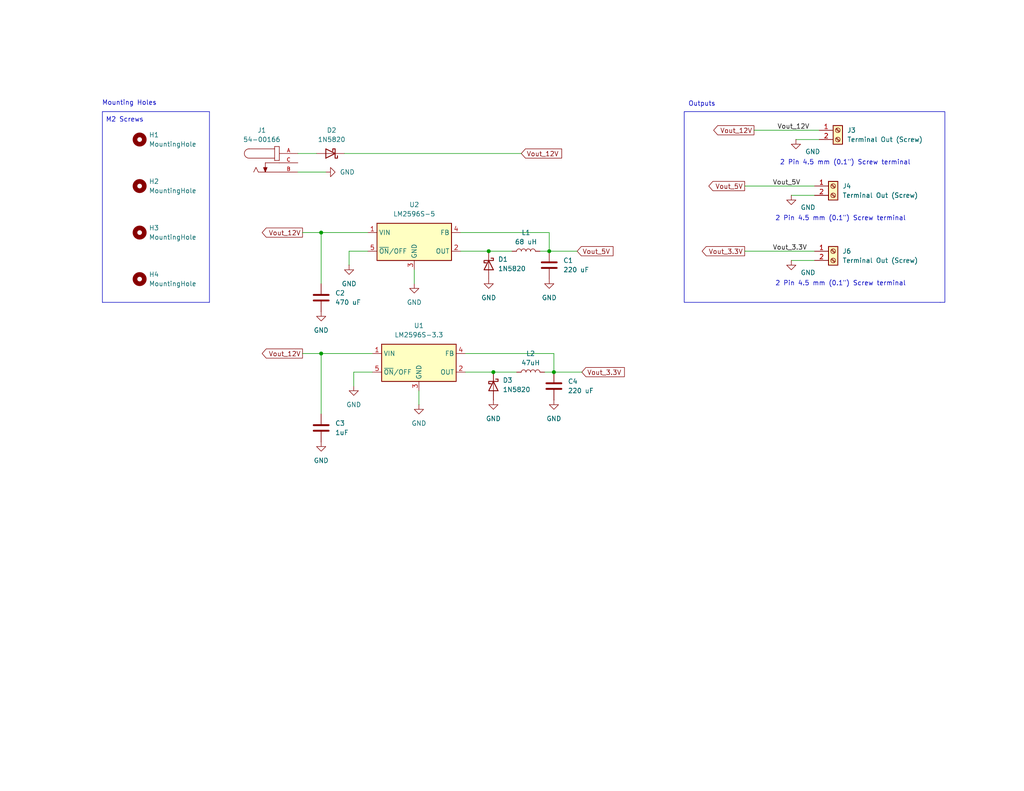
<source format=kicad_sch>
(kicad_sch (version 20231120) (generator "eeschema") (generator_version "8.0")
  (paper "USLetter")
  (title_block (title "VoltageRegulator.kidcad_sch") (rev "tbd") (company "Oregon State University") (comment 1 "Author: Andrew Gondoputro"))
  (lib_symbols
    (symbol "54-00166:54-00166" (pin_names (offset 1.016))
      (property "Reference" "J" (at -7.62 5.08 0))
      (property "Value" "54-00166" (at -7.62 -5.08 0))
      (symbol "54-00166_0_0"
        (arc (start -8.255 3.81) (mid -9.5194 2.54) (end -8.255 1.27) (stroke (width 0.1524)))
        (polyline (pts (xy -8.255 3.81) (xy -1.27 3.81)) (stroke (width 0.1524)))
        (polyline (pts (xy -6.35 -1.27) (xy -6.985 -2.54)) (stroke (width 0.1524)))
        (polyline (pts (xy -5.715 -2.54) (xy -6.35 -1.27)) (stroke (width 0.1524)))
        (polyline (pts (xy -3.81 0) (xy -3.81 -2.54)) (stroke (width 0.1524)))
        (polyline (pts (xy -1.27 0.635) (xy 0 0.635)) (stroke (width 0.1524)))
        (polyline (pts (xy -1.27 1.27) (xy -8.255 1.27)) (stroke (width 0.1524)))
        (polyline (pts (xy -1.27 1.27) (xy -1.27 0.635)) (stroke (width 0.1524)))
        (polyline (pts (xy -1.27 3.81) (xy -1.27 1.27)) (stroke (width 0.1524)))
        (polyline (pts (xy -1.27 4.445) (xy -1.27 3.81)) (stroke (width 0.1524)))
        (polyline (pts (xy 0 -2.54) (xy -5.715 -2.54)) (stroke (width 0.1524)))
        (polyline (pts (xy 0 0) (xy -3.81 0)) (stroke (width 0.1524)))
        (polyline (pts (xy 0 0.635) (xy 0 4.445)) (stroke (width 0.1524)))
        (polyline (pts (xy 0 4.445) (xy -1.27 4.445)) (stroke (width 0.1524)))
        (polyline (pts (xy -3.81 -2.54) (xy -4.318 -1.27) (xy -3.302 -1.27) (xy -3.81 -2.54)) (stroke (width 0.1524)) (fill (type outline)))
        (pin passive line (at 5.08 2.54 180) (length 5.08) (name "~") (number "A"))
        (pin passive line (at 5.08 -2.54 180) (length 5.08) (name "~") (number "B"))
        (pin passive line (at 5.08 0 180) (length 5.08) (name "~") (number "C"))
      )
    )
    (symbol "Connector:Screw_Terminal_01x02" (pin_names (offset 1.016) hide)
      (property "Reference" "J" (at 0 2.54 0))
      (property "Value" "Screw_Terminal_01x02" (at 0 -5.08 0))
      (symbol "Screw_Terminal_01x02_1_1"
        (rectangle (start -1.27 1.27) (end 1.27 -3.81) (stroke (width 0.254)) (fill (type background)))
        (circle (center 0 -2.54) (radius 0.635) (stroke (width 0.1524)))
        (polyline (pts (xy -0.5334 -2.2098) (xy 0.3302 -3.048)) (stroke (width 0.1524)))
        (polyline (pts (xy -0.5334 0.3302) (xy 0.3302 -0.508)) (stroke (width 0.1524)))
        (polyline (pts (xy -0.3556 -2.032) (xy 0.508 -2.8702)) (stroke (width 0.1524)))
        (polyline (pts (xy -0.3556 0.508) (xy 0.508 -0.3302)) (stroke (width 0.1524)))
        (circle (center 0 0) (radius 0.635) (stroke (width 0.1524)))
        (pin passive line (at -5.08 0 0) (length 3.81) (name "Pin_1") (number "1"))
        (pin passive line (at -5.08 -2.54 0) (length 3.81) (name "Pin_2") (number "2"))
      )
    )
    (symbol "Device:C" (pin_numbers hide) (pin_names (offset 0.254))
      (property "Reference" "C" (at 0.635 2.54 0))
      (property "Value" "C" (at 0.635 -2.54 0))
      (symbol "C_0_1"
        (polyline (pts (xy -2.032 -0.762) (xy 2.032 -0.762)) (stroke (width 0.508)))
        (polyline (pts (xy -2.032 0.762) (xy 2.032 0.762)) (stroke (width 0.508)))
      )
      (symbol "C_1_1"
        (pin passive line (at 0 3.81 270) (length 2.794) (name "~") (number "1"))
        (pin passive line (at 0 -3.81 90) (length 2.794) (name "~") (number "2"))
      )
    )
    (symbol "Device:D_Schottky" (pin_numbers hide) (pin_names (offset 1.016) hide)
      (property "Reference" "D" (at 0 2.54 0))
      (property "Value" "D_Schottky" (at 0 -2.54 0))
      (symbol "D_Schottky_0_1"
        (polyline (pts (xy 1.27 0) (xy -1.27 0)))
        (polyline (pts (xy 1.27 1.27) (xy 1.27 -1.27) (xy -1.27 0) (xy 1.27 1.27)) (stroke (width 0.254)))
        (polyline (pts (xy -1.905 0.635) (xy -1.905 1.27) (xy -1.27 1.27) (xy -1.27 -1.27) (xy -0.635 -1.27) (xy -0.635 -0.635)) (stroke (width 0.254)))
      )
      (symbol "D_Schottky_1_1"
        (pin passive line (at -3.81 0 0) (length 2.54) (name "K") (number "1"))
        (pin passive line (at 3.81 0 180) (length 2.54) (name "A") (number "2"))
      )
    )
    (symbol "Device:L" (pin_numbers hide) (pin_names (offset 1.016) hide)
      (property "Reference" "L" (at -1.27 0 90))
      (property "Value" "L" (at 1.905 0 90))
      (symbol "L_0_1"
        (arc (start 0 -2.54) (mid 0.6323 -1.905) (end 0 -1.27))
        (arc (start 0 -1.27) (mid 0.6323 -0.635) (end 0 0))
        (arc (start 0 0) (mid 0.6323 0.635) (end 0 1.27))
        (arc (start 0 1.27) (mid 0.6323 1.905) (end 0 2.54))
      )
      (symbol "L_1_1"
        (pin passive line (at 0 3.81 270) (length 1.27) (name "1") (number "1"))
        (pin passive line (at 0 -3.81 90) (length 1.27) (name "2") (number "2"))
      )
    )
    (symbol "Diode:1N5820" (pin_numbers hide) (pin_names (offset 1.016) hide)
      (property "Reference" "D" (at 0 2.54 0))
      (property "Value" "1N5820" (at 0 -2.54 0))
      (symbol "1N5820_0_1"
        (polyline (pts (xy 1.27 0) (xy -1.27 0)))
        (polyline (pts (xy 1.27 1.27) (xy 1.27 -1.27) (xy -1.27 0) (xy 1.27 1.27)) (stroke (width 0.254)))
        (polyline (pts (xy -1.905 0.635) (xy -1.905 1.27) (xy -1.27 1.27) (xy -1.27 -1.27) (xy -0.635 -1.27) (xy -0.635 -0.635)) (stroke (width 0.254)))
      )
      (symbol "1N5820_1_1"
        (pin passive line (at -3.81 0 0) (length 2.54) (name "K") (number "1"))
        (pin passive line (at 3.81 0 180) (length 2.54) (name "A") (number "2"))
      )
    )
    (symbol "Mechanical:MountingHole" (pin_names (offset 1.016)) (exclude_from_sim yes) (in_bom no)
      (property "Reference" "H" (at 0 5.08 0))
      (property "Value" "MountingHole" (at 0 3.175 0))
      (symbol "MountingHole_0_1"
        (circle (center 0 0) (radius 1.27) (stroke (width 1.27)))
      )
    )
    (symbol "Regulator_Switching:LM2596S-3.3"
      (property "Reference" "U" (at -10.16 6.35 0))
      (property "Value" "LM2596S-3.3" (at 0 6.35 0))
      (symbol "LM2596S-3.3_0_1"
        (rectangle (start -10.16 5.08) (end 10.16 -5.08) (stroke (width 0.254)) (fill (type background)))
      )
      (symbol "LM2596S-3.3_1_1"
        (pin power_in line (at -12.7 2.54 0) (length 2.54) (name "VIN") (number "1"))
        (pin output line (at 12.7 -2.54 180) (length 2.54) (name "OUT") (number "2"))
        (pin power_in line (at 0 -7.62 90) (length 2.54) (name "GND") (number "3"))
        (pin input line (at 12.7 2.54 180) (length 2.54) (name "FB") (number "4"))
        (pin input line (at -12.7 -2.54 0) (length 2.54) (name "~{ON}/OFF") (number "5"))
      )
    )
    (symbol "Regulator_Switching:LM2596S-5"
      (property "Reference" "U" (at -10.16 6.35 0))
      (property "Value" "LM2596S-5" (at 0 6.35 0))
      (symbol "LM2596S-5_0_1"
        (rectangle (start -10.16 5.08) (end 10.16 -5.08) (stroke (width 0.254)) (fill (type background)))
      )
      (symbol "LM2596S-5_1_1"
        (pin power_in line (at -12.7 2.54 0) (length 2.54) (name "VIN") (number "1"))
        (pin output line (at 12.7 -2.54 180) (length 2.54) (name "OUT") (number "2"))
        (pin power_in line (at 0 -7.62 90) (length 2.54) (name "GND") (number "3"))
        (pin input line (at 12.7 2.54 180) (length 2.54) (name "FB") (number "4"))
        (pin input line (at -12.7 -2.54 0) (length 2.54) (name "~{ON}/OFF") (number "5"))
      )
    )
    (symbol "power:GND" (power) (pin_numbers hide) (pin_names (offset 0) hide)
      (property "Value" "GND" (at 0 -3.81 0))
      (symbol "GND_0_1"
        (polyline (pts (xy 0 0) (xy 0 -1.27) (xy 1.27 -1.27) (xy 0 -2.54) (xy -1.27 -1.27) (xy 0 -1.27)))
      )
      (symbol "GND_1_1"
        (pin power_in line (at 0 0 270) (length 0) (name "~") (number "1"))
      )
    )
  )
  (junction (at 87.63 96.52))
  (junction (at 134.62 101.6))
  (junction (at 87.63 63.5))
  (junction (at 151.13 101.6))
  (junction (at 133.35 68.58))
  (junction (at 149.86 68.58))
  (wire (pts (xy 100.33 68.58) (xy 95.25 68.58)))
  (wire (pts (xy 87.63 63.5) (xy 100.33 63.5)))
  (wire (pts (xy 125.73 63.5) (xy 149.86 63.5)))
  (wire (pts (xy 127 101.6) (xy 134.62 101.6)))
  (wire (pts (xy 134.62 101.6) (xy 140.97 101.6)))
  (wire (pts (xy 127 96.52) (xy 151.13 96.52)))
  (polyline (pts (xy 27.94 30.48) (xy 27.94 82.55)))
  (wire (pts (xy 114.3 110.49) (xy 114.3 106.68)))
  (wire (pts (xy 125.73 68.58) (xy 133.35 68.58)))
  (wire (pts (xy 87.63 77.47) (xy 87.63 63.5)))
  (wire (pts (xy 87.63 96.52) (xy 101.6 96.52)))
  (wire (pts (xy 217.17 38.1) (xy 223.52 38.1)))
  (wire (pts (xy 113.03 77.47) (xy 113.03 73.66)))
  (wire (pts (xy 81.28 41.91) (xy 86.36 41.91)))
  (wire (pts (xy 133.35 68.58) (xy 139.7 68.58)))
  (wire (pts (xy 215.9 71.12) (xy 222.25 71.12)))
  (wire (pts (xy 149.86 68.58) (xy 157.48 68.58)))
  (wire (pts (xy 82.55 96.52) (xy 87.63 96.52)))
  (wire (pts (xy 205.74 35.56) (xy 223.52 35.56)))
  (wire (pts (xy 149.86 63.5) (xy 149.86 68.58)))
  (wire (pts (xy 151.13 101.6) (xy 158.75 101.6)))
  (wire (pts (xy 203.2 50.8) (xy 222.25 50.8)))
  (polyline (pts (xy 57.15 82.55) (xy 57.15 30.48)))
  (wire (pts (xy 81.28 46.99) (xy 88.9 46.99)))
  (wire (pts (xy 148.59 101.6) (xy 151.13 101.6)))
  (wire (pts (xy 101.6 101.6) (xy 96.52 101.6)))
  (wire (pts (xy 87.63 113.03) (xy 87.63 96.52)))
  (wire (pts (xy 215.9 53.34) (xy 222.25 53.34)))
  (wire (pts (xy 147.32 68.58) (xy 149.86 68.58)))
  (wire (pts (xy 93.98 41.91) (xy 142.24 41.91)))
  (wire (pts (xy 95.25 68.58) (xy 95.25 72.39)))
  (polyline (pts (xy 27.94 82.55) (xy 57.15 82.55)))
  (wire (pts (xy 203.2 68.58) (xy 222.25 68.58)))
  (wire (pts (xy 82.55 63.5) (xy 87.63 63.5)))
  (wire (pts (xy 96.52 101.6) (xy 96.52 105.41)))
  (wire (pts (xy 151.13 96.52) (xy 151.13 101.6)))
  (polyline (pts (xy 27.94 30.48) (xy 57.15 30.48)))
  (rectangle (start 186.69 30.48) (end 257.81 82.55))
  (rectangle (start 256.54 82.55) (end 256.54 82.55))
  (text "Outputs\n" (at 191.516 28.448 0) (effects (font (size 1.27 1.27))))
  (text "2 Pin 4.5 mm (0.1\") Screw terminal\n" (at 229.362 77.47 0) (effects (font (size 1.27 1.27))))
  (text "Mounting Holes\n" (at 35.306 28.194 0) (effects (font (size 1.27 1.27))))
  (text "2 Pin 4.5 mm (0.1\") Screw terminal\n" (at 230.632 44.45 0) (effects (font (size 1.27 1.27))))
  (text "M2 Screws\n" (at 34.036 32.766 0) (effects (font (size 1.27 1.27))))
  (text "2 Pin 4.5 mm (0.1\") Screw terminal\n" (at 229.362 59.69 0) (effects (font (size 1.27 1.27))))
  (label "Vout_5V" (at 210.82 50.8 0))
  (label "Vout_3.3V" (at 210.82 68.58 0))
  (label "Vout_12V" (at 212.09 35.56 0))
  (global_label "Vout_12V" (shape input) (at 142.24 41.91 0) (property "Intersheetrefs" "${INTERSHEET_REFS}" (effects (hide yes))))
  (global_label "Vout_12V" (shape output) (at 82.55 96.52 180) (property "Intersheetrefs" "${INTERSHEET_REFS}" (effects (hide yes))))
  (global_label "Vout_5V" (shape output) (at 203.2 50.8 180) (property "Intersheetrefs" "${INTERSHEET_REFS}" (effects (hide yes))))
  (global_label "Vout_12V" (shape output) (at 82.55 63.5 180) (property "Intersheetrefs" "${INTERSHEET_REFS}" (effects (hide yes))))
  (global_label "Vout_3.3V" (shape input) (at 158.75 101.6 0) (property "Intersheetrefs" "${INTERSHEET_REFS}" (effects (hide yes))))
  (global_label "Vout_3.3V" (shape output) (at 203.2 68.58 180) (property "Intersheetrefs" "${INTERSHEET_REFS}" (effects (hide yes))))
  (global_label "Vout_12V" (shape output) (at 205.74 35.56 180) (property "Intersheetrefs" "${INTERSHEET_REFS}" (effects (hide yes))))
  (global_label "Vout_5V" (shape input) (at 157.48 68.58 0) (property "Intersheetrefs" "${INTERSHEET_REFS}" (effects (hide yes))))
  (symbol (lib_id "Device:D_Schottky") (at 90.17 41.91 180) (unit 1)
    (property "Reference" "D2" (at 90.4875 35.56 0))
    (property "Value" "1N5820" (at 90.4875 38.1 0))
    (property "Footprint" "footprints:CR_0-E3&slash_54_VIS" (effects (hide yes)))
    (property "Datasheet" "https://www.vishay.com/docs/88526/1n5820.pdf" (effects (hide yes)))
    (property "Description" "Schottky diode" (effects (hide yes)))
  )
  (symbol (lib_id "power:GND") (at 134.62 109.22 0) (unit 1)
    (property "Reference" "#PWR013" (effects (hide yes)))
    (property "Value" "GND" (at 134.62 114.3 0))
    (property "Description" "Power symbol creates a global label with name \"GND\" , ground" (effects (hide yes)))
  )
  (symbol (lib_id "Regulator_Switching:LM2596S-5") (at 113.03 66.04 0) (unit 1)
    (property "Reference" "U2" (at 113.03 55.88 0))
    (property "Value" "LM2596S-5" (at 113.03 58.42 0))
    (property "Footprint" "Package_TO_SOT_SMD:TO-263-5_TabPin3" (effects (hide yes)))
    (property "Datasheet" "http://www.ti.com/lit/ds/symlink/lm2596.pdf" (effects (hide yes)))
    (property "Description" "5V 3A Step-Down Voltage Regulator, TO-263" (effects (hide yes)))
  )
  (symbol (lib_id "power:GND") (at 87.63 120.65 0) (unit 1)
    (property "Reference" "#PWR09" (effects (hide yes)))
    (property "Value" "GND" (at 87.63 125.73 0))
    (property "Description" "Power symbol creates a global label with name \"GND\" , ground" (effects (hide yes)))
  )
  (symbol (lib_id "Mechanical:MountingHole") (at 38.1 76.2 0) (unit 1) (exclude_from_sim yes) (in_bom no)
    (property "Reference" "H4" (at 40.64 74.9299 0) (effects (justify left)))
    (property "Value" "MountingHole" (at 40.64 77.4699 0) (effects (justify left)))
    (property "Footprint" "MountingHole:MountingHole_2.2mm_M2" (effects (hide yes)))
    (property "Description" "Mounting Hole without connection" (effects (hide yes)))
  )
  (symbol (lib_id "Mechanical:MountingHole") (at 38.1 50.8 0) (unit 1) (exclude_from_sim yes) (in_bom no)
    (property "Reference" "H2" (at 40.64 49.5299 0) (effects (justify left)))
    (property "Value" "MountingHole" (at 40.64 52.0699 0) (effects (justify left)))
    (property "Footprint" "MountingHole:MountingHole_2.2mm_M2" (effects (hide yes)))
    (property "Description" "Mounting Hole without connection" (effects (hide yes)))
  )
  (symbol (lib_id "power:GND") (at 215.9 53.34 0) (unit 1)
    (property "Reference" "#PWR08" (effects (hide yes)))
    (property "Value" "GND" (at 220.472 56.642 0))
    (property "Description" "Power symbol creates a global label with name \"GND\" , ground" (effects (hide yes)))
  )
  (symbol (lib_id "Mechanical:MountingHole") (at 38.1 63.5 0) (unit 1) (exclude_from_sim yes) (in_bom no)
    (property "Reference" "H3" (at 40.64 62.2299 0) (effects (justify left)))
    (property "Value" "MountingHole" (at 40.64 64.7699 0) (effects (justify left)))
    (property "Footprint" "MountingHole:MountingHole_2.2mm_M2" (effects (hide yes)))
    (property "Description" "Mounting Hole without connection" (effects (hide yes)))
  )
  (symbol (lib_id "power:GND") (at 88.9 46.99 90) (unit 1)
    (property "Reference" "#PWR05" (effects (hide yes)))
    (property "Value" "GND" (at 92.71 46.9899 90) (effects (justify right)))
    (property "Description" "Power symbol creates a global label with name \"GND\" , ground" (effects (hide yes)))
  )
  (symbol (lib_id "Connector:Screw_Terminal_01x02") (at 228.6 35.56 0) (unit 1)
    (property "Reference" "J3" (at 231.14 35.5599 0) (effects (justify left)))
    (property "Value" "Terminal Out (Screw)" (at 231.14 38.0999 0) (effects (justify left)))
    (property "Footprint" "TerminalBlock_TE-Connectivity:TerminalBlock_TE_282834-2_1x02_P2.54mm_Horizontal" (effects (hide yes)))
    (property "Description" "Generic screw terminal, single row, 01x02, script generated (kicad-library-utils/schlib/autogen/connector/)" (effects (hide yes)))
  )
  (symbol (lib_id "power:GND") (at 87.63 85.09 0) (unit 1)
    (property "Reference" "#PWR07" (effects (hide yes)))
    (property "Value" "GND" (at 87.63 90.17 0))
    (property "Description" "Power symbol creates a global label with name \"GND\" , ground" (effects (hide yes)))
  )
  (symbol (lib_id "Device:L") (at 144.78 101.6 90) (unit 1)
    (property "Reference" "L2" (at 144.78 96.52 90))
    (property "Value" "47uH" (at 144.78 99.06 90))
    (property "Footprint" "footprints:WE-TIS_8075" (effects (hide yes)))
    (property "Datasheet" "https://www.we-online.com/components/products/datasheet/7447471470.pdf" (effects (hide yes)))
    (property "Description" "Inductor" (effects (hide yes)))
  )
  (symbol (lib_id "power:GND") (at 114.3 110.49 0) (unit 1)
    (property "Reference" "#PWR012" (effects (hide yes)))
    (property "Value" "GND" (at 114.3 115.57 0))
    (property "Description" "Power symbol creates a global label with name \"GND\" , ground" (effects (hide yes)))
  )
  (symbol (lib_id "54-00166:54-00166") (at 76.2 44.45 0) (unit 1)
    (property "Reference" "J1" (at 71.4403 35.56 0))
    (property "Value" "54-00166" (at 71.4403 38.1 0))
    (property "Footprint" "footprints:TENSILITY_54-00166" (effects (hide yes)))
    (property "PARTREV" "A" (effects (hide yes)))
    (property "STANDARD" "Manufacturer Recommendations" (effects (hide yes)))
    (property "SNAPEDA_PN" "54-00166" (effects (hide yes)))
    (property "MAXIMUM_PACKAGE_HEIGHT" "11.2mm" (effects (hide yes)))
    (property "MANUFACTURER" "TENSILITY" (effects (hide yes)))
  )
  (symbol (lib_id "power:GND") (at 217.17 38.1 0) (unit 1)
    (property "Reference" "#PWR06" (effects (hide yes)))
    (property "Value" "GND" (at 221.742 41.402 0))
    (property "Description" "Power symbol creates a global label with name \"GND\" , ground" (effects (hide yes)))
  )
  (symbol (lib_id "power:GND") (at 96.52 105.41 0) (unit 1)
    (property "Reference" "#PWR011" (effects (hide yes)))
    (property "Value" "GND" (at 96.52 110.49 0))
    (property "Description" "Power symbol creates a global label with name \"GND\" , ground" (effects (hide yes)))
  )
  (symbol (lib_id "Diode:1N5820") (at 133.35 72.39 270) (unit 1)
    (property "Reference" "D1" (at 135.89 70.8024 90) (effects (justify left)))
    (property "Value" "1N5820" (at 135.89 73.3424 90) (effects (justify left)))
    (property "Footprint" "footprints:CR_0-E3&slash_54_VIS" (effects (hide yes)))
    (property "Datasheet" "https://www.vishay.com/docs/88526/1n5820.pdf" (effects (hide yes)))
    (property "Description" "20V 3A Schottky Barrier Rectifier Diode, DO-201AD" (effects (hide yes)))
  )
  (symbol (lib_id "Diode:1N5820") (at 134.62 105.41 270) (unit 1)
    (property "Reference" "D3" (at 137.16 103.8224 90) (effects (justify left)))
    (property "Value" "1N5820" (at 137.16 106.3624 90) (effects (justify left)))
    (property "Footprint" "footprints:CR_0-E3&slash_54_VIS" (effects (hide yes)))
    (property "Datasheet" "https://www.vishay.com/docs/88526/1n5820.pdf" (effects (hide yes)))
    (property "Description" "20V 3A Schottky Barrier Rectifier Diode, DO-201AD" (effects (hide yes)))
  )
  (symbol (lib_id "Device:C") (at 149.86 72.39 0) (unit 1)
    (property "Reference" "C1" (at 153.67 71.1199 0) (effects (justify left)))
    (property "Value" "220 uF" (at 153.67 73.6599 0) (effects (justify left)))
    (property "Footprint" "footprints:CAP_YX_6P3X11_RUB" (effects (hide yes)))
    (property "Datasheet" "https://www.rubycon.co.jp/wp-content/uploads/catalog-aluminum/YXJ.pdf" (effects (hide yes)))
    (property "Description" "Unpolarized capacitor" (effects (hide yes)))
  )
  (symbol (lib_id "Regulator_Switching:LM2596S-3.3") (at 114.3 99.06 0) (unit 1)
    (property "Reference" "U1" (at 114.3 88.9 0))
    (property "Value" "LM2596S-3.3" (at 114.3 91.44 0))
    (property "Footprint" "Package_TO_SOT_SMD:TO-263-5_TabPin3" (effects (hide yes)))
    (property "Datasheet" "http://www.ti.com/lit/ds/symlink/lm2596.pdf" (effects (hide yes)))
    (property "Description" "3.3V 3A Step-Down Voltage Regulator, TO-263" (effects (hide yes)))
  )
  (symbol (lib_id "Device:L") (at 143.51 68.58 90) (unit 1)
    (property "Reference" "L1" (at 143.51 63.5 90))
    (property "Value" "68 uH" (at 143.51 66.04 90))
    (property "Footprint" "footprints:WE-TIS_8075" (effects (hide yes)))
    (property "Datasheet" "https://www.we-online.com/components/products/datasheet/744731680.pdf" (effects (hide yes)))
    (property "Description" "Inductor" (effects (hide yes)))
  )
  (symbol (lib_id "Mechanical:MountingHole") (at 38.1 38.1 0) (unit 1) (exclude_from_sim yes) (in_bom no)
    (property "Reference" "H1" (at 40.64 36.8299 0) (effects (justify left)))
    (property "Value" "MountingHole" (at 40.64 39.3699 0) (effects (justify left)))
    (property "Footprint" "MountingHole:MountingHole_2.2mm_M2" (effects (hide yes)))
    (property "Description" "Mounting Hole without connection" (effects (hide yes)))
  )
  (symbol (lib_id "power:GND") (at 133.35 76.2 0) (unit 1)
    (property "Reference" "#PWR03" (effects (hide yes)))
    (property "Value" "GND" (at 133.35 81.28 0))
    (property "Description" "Power symbol creates a global label with name \"GND\" , ground" (effects (hide yes)))
  )
  (symbol (lib_id "power:GND") (at 95.25 72.39 0) (unit 1)
    (property "Reference" "#PWR04" (effects (hide yes)))
    (property "Value" "GND" (at 95.25 77.47 0))
    (property "Description" "Power symbol creates a global label with name \"GND\" , ground" (effects (hide yes)))
  )
  (symbol (lib_id "Device:C") (at 87.63 116.84 0) (unit 1)
    (property "Reference" "C3" (at 91.44 115.5699 0) (effects (justify left)))
    (property "Value" "1uF" (at 91.44 118.1099 0) (effects (justify left)))
    (property "Footprint" "footprints:CAP_YX_10X12P5_RUB" (effects (hide yes)))
    (property "Datasheet" "https://www.yageogroup.com/content/datasheet/asset/file/KEM_A4004_ESK" (effects (hide yes)))
    (property "Description" "Unpolarized capacitor" (effects (hide yes)))
  )
  (symbol (lib_id "Connector:Screw_Terminal_01x02") (at 227.33 50.8 0) (unit 1)
    (property "Reference" "J4" (at 229.87 50.7999 0) (effects (justify left)))
    (property "Value" "Terminal Out (Screw)" (at 229.87 53.3399 0) (effects (justify left)))
    (property "Footprint" "TerminalBlock_TE-Connectivity:TerminalBlock_TE_282834-2_1x02_P2.54mm_Horizontal" (effects (hide yes)))
    (property "Description" "Generic screw terminal, single row, 01x02, script generated (kicad-library-utils/schlib/autogen/connector/)" (effects (hide yes)))
  )
  (symbol (lib_id "Connector:Screw_Terminal_01x02") (at 227.33 68.58 0) (unit 1)
    (property "Reference" "J6" (at 229.87 68.5799 0) (effects (justify left)))
    (property "Value" "Terminal Out (Screw)" (at 229.87 71.1199 0) (effects (justify left)))
    (property "Footprint" "TerminalBlock_TE-Connectivity:TerminalBlock_TE_282834-2_1x02_P2.54mm_Horizontal" (effects (hide yes)))
    (property "Description" "Generic screw terminal, single row, 01x02, script generated (kicad-library-utils/schlib/autogen/connector/)" (effects (hide yes)))
  )
  (symbol (lib_id "power:GND") (at 215.9 71.12 0) (unit 1)
    (property "Reference" "#PWR010" (effects (hide yes)))
    (property "Value" "GND" (at 220.472 74.422 0))
    (property "Description" "Power symbol creates a global label with name \"GND\" , ground" (effects (hide yes)))
  )
  (symbol (lib_id "Device:C") (at 151.13 105.41 0) (unit 1)
    (property "Reference" "C4" (at 154.94 104.1399 0) (effects (justify left)))
    (property "Value" "220 uF" (at 154.94 106.6799 0) (effects (justify left)))
    (property "Footprint" "footprints:CAP_YX_6P3X11_RUB" (effects (hide yes)))
    (property "Datasheet" "https://www.rubycon.co.jp/wp-content/uploads/catalog-aluminum/YXJ.pdf" (effects (hide yes)))
    (property "Description" "Unpolarized capacitor" (effects (hide yes)))
  )
  (symbol (lib_id "power:GND") (at 113.03 77.47 0) (unit 1)
    (property "Reference" "#PWR02" (effects (hide yes)))
    (property "Value" "GND" (at 113.03 82.55 0))
    (property "Description" "Power symbol creates a global label with name \"GND\" , ground" (effects (hide yes)))
  )
  (symbol (lib_id "Device:C") (at 87.63 81.28 0) (unit 1)
    (property "Reference" "C2" (at 91.44 80.0099 0) (effects (justify left)))
    (property "Value" "470 uF" (at 91.44 82.5499 0) (effects (justify left)))
    (property "Footprint" "footprints:CAP_YX_10X12P5_RUB" (effects (hide yes)))
    (property "Datasheet" "https://www.rubycon.co.jp/wp-content/uploads/catalog-aluminum/ZLH.pdf" (effects (hide yes)))
    (property "Description" "Unpolarized capacitor" (effects (hide yes)))
  )
  (symbol (lib_id "power:GND") (at 149.86 76.2 0) (unit 1)
    (property "Reference" "#PWR01" (effects (hide yes)))
    (property "Value" "GND" (at 149.86 81.28 0))
    (property "Description" "Power symbol creates a global label with name \"GND\" , ground" (effects (hide yes)))
  )
  (symbol (lib_id "power:GND") (at 151.13 109.22 0) (unit 1)
    (property "Reference" "#PWR014" (effects (hide yes)))
    (property "Value" "GND" (at 151.13 114.3 0))
    (property "Description" "Power symbol creates a global label with name \"GND\" , ground" (effects (hide yes)))
  )
)
</source>
